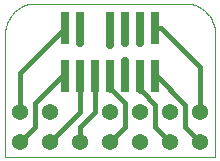
<source format=gtl>
G75*
G70*
%OFA0B0*%
%FSLAX24Y24*%
%IPPOS*%
%LPD*%
%AMOC8*
5,1,8,0,0,1.08239X$1,22.5*
%
%ADD10C,0.0000*%
%ADD11R,0.0290X0.1100*%
%ADD12C,0.0540*%
%ADD13C,0.0160*%
%ADD14C,0.0290*%
D10*
X000504Y000957D02*
X000504Y005078D01*
X000506Y005138D01*
X000511Y005199D01*
X000520Y005258D01*
X000533Y005317D01*
X000549Y005376D01*
X000569Y005433D01*
X000592Y005488D01*
X000619Y005543D01*
X000648Y005595D01*
X000681Y005646D01*
X000717Y005695D01*
X000755Y005741D01*
X000797Y005785D01*
X000841Y005827D01*
X000887Y005865D01*
X000936Y005901D01*
X000987Y005934D01*
X001039Y005963D01*
X001094Y005990D01*
X001149Y006013D01*
X001206Y006033D01*
X001265Y006049D01*
X001324Y006062D01*
X001383Y006071D01*
X001444Y006076D01*
X001504Y006078D01*
X006496Y006078D01*
X006556Y006076D01*
X006617Y006071D01*
X006676Y006062D01*
X006735Y006049D01*
X006794Y006033D01*
X006851Y006013D01*
X006906Y005990D01*
X006961Y005963D01*
X007013Y005934D01*
X007064Y005901D01*
X007113Y005865D01*
X007159Y005827D01*
X007203Y005785D01*
X007245Y005741D01*
X007283Y005695D01*
X007319Y005646D01*
X007352Y005595D01*
X007381Y005543D01*
X007408Y005488D01*
X007431Y005433D01*
X007451Y005376D01*
X007467Y005317D01*
X007480Y005258D01*
X007489Y005199D01*
X007494Y005138D01*
X007496Y005078D01*
X007496Y000957D01*
X000504Y000957D01*
D11*
X002504Y003657D03*
X003004Y003657D03*
X003504Y003657D03*
X004004Y003657D03*
X004504Y003657D03*
X005004Y003657D03*
X005504Y003657D03*
X005504Y005257D03*
X005004Y005257D03*
X004504Y005257D03*
X004004Y005257D03*
X003004Y005257D03*
X002504Y005257D03*
D12*
X002004Y002457D03*
X001004Y002457D03*
X001004Y001457D03*
X002004Y001457D03*
X003004Y001457D03*
X004004Y001457D03*
X005004Y001457D03*
X006004Y001457D03*
X007004Y001457D03*
X007004Y002457D03*
X006004Y002457D03*
X005004Y002457D03*
X004004Y002457D03*
D13*
X004504Y002757D02*
X004054Y003207D01*
X004004Y003207D01*
X004004Y003657D01*
X004454Y003607D02*
X004454Y003907D01*
X004504Y003957D01*
X004504Y003657D01*
X004454Y003607D01*
X004504Y003957D02*
X004504Y004157D01*
X004504Y004207D01*
X004504Y004757D02*
X004504Y005257D01*
X004004Y005257D02*
X004004Y004707D01*
X005004Y004757D02*
X005004Y005257D01*
X005504Y005257D02*
X005704Y005257D01*
X007004Y003957D01*
X007004Y002457D01*
X006504Y002707D02*
X005554Y003657D01*
X005504Y003657D01*
X005004Y003657D02*
X005004Y003157D01*
X005054Y003157D01*
X005504Y002707D01*
X005504Y001957D01*
X006004Y001457D01*
X006504Y001957D02*
X006504Y002707D01*
X006504Y001957D02*
X007004Y001457D01*
X004504Y001957D02*
X004504Y002757D01*
X004504Y001957D02*
X004004Y001457D01*
X003004Y001457D02*
X003004Y001957D01*
X003504Y002457D01*
X003504Y003657D01*
X003004Y003657D02*
X003004Y002457D01*
X002004Y001457D01*
X001504Y001957D02*
X001504Y002757D01*
X002404Y003657D01*
X002504Y003657D01*
X003004Y004757D02*
X003004Y005257D01*
X002504Y005257D02*
X001004Y003757D01*
X001004Y002457D01*
X001504Y001957D02*
X001004Y001457D01*
D14*
X004504Y004157D03*
X004504Y004757D03*
X004004Y004707D03*
X005004Y004757D03*
X003004Y004757D03*
M02*

</source>
